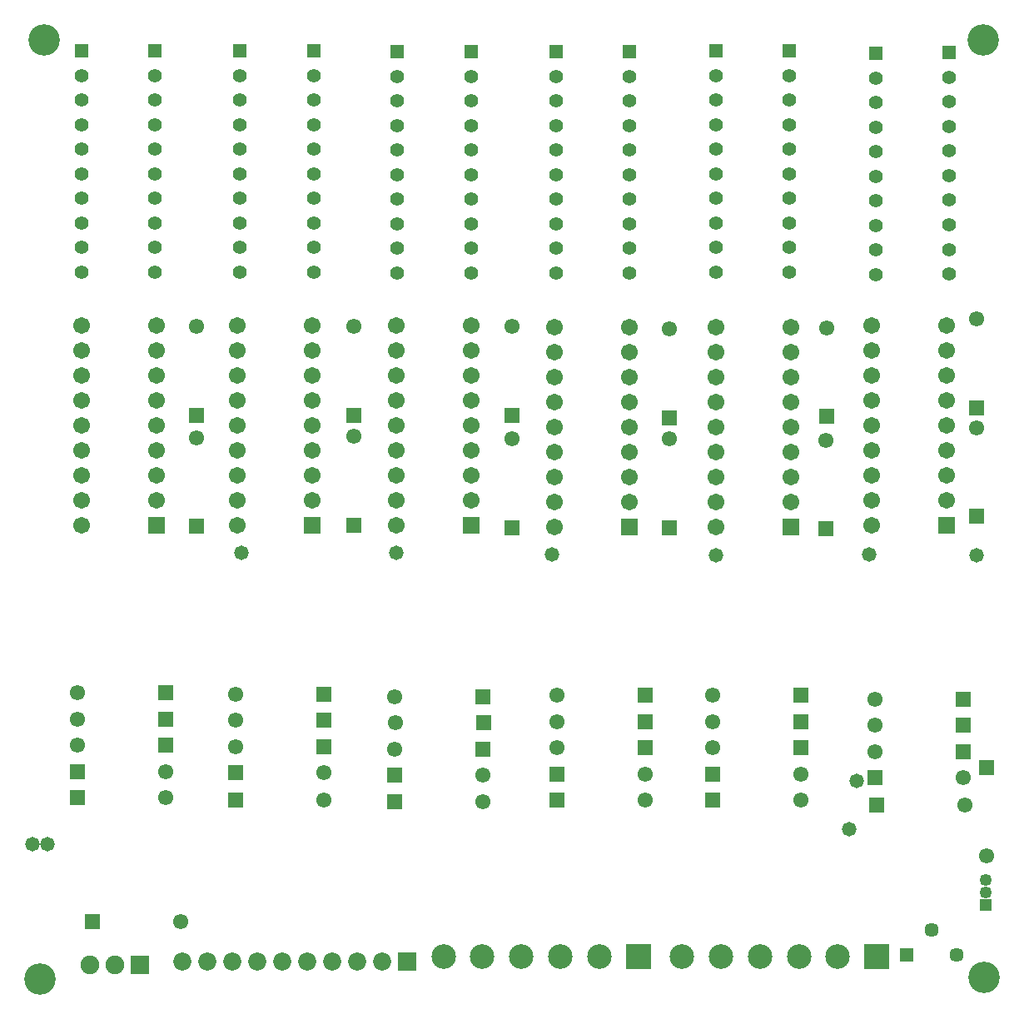
<source format=gbs>
G04*
G04 #@! TF.GenerationSoftware,Altium Limited,Altium Designer,24.6.1 (21)*
G04*
G04 Layer_Color=16711935*
%FSLAX25Y25*%
%MOIN*%
G70*
G04*
G04 #@! TF.SameCoordinates,BD51E7C1-7467-4EA1-BF67-8BC641B90C76*
G04*
G04*
G04 #@! TF.FilePolarity,Negative*
G04*
G01*
G75*
%ADD18R,0.09843X0.09843*%
%ADD19C,0.09843*%
%ADD20C,0.06706*%
%ADD21R,0.06706X0.06706*%
%ADD22R,0.06115X0.06115*%
%ADD23C,0.06115*%
%ADD24R,0.06115X0.06115*%
%ADD25R,0.07244X0.07244*%
%ADD26C,0.07244*%
%ADD27C,0.05512*%
%ADD28R,0.05512X0.05512*%
%ADD29R,0.04934X0.04934*%
%ADD30C,0.04934*%
%ADD31R,0.05721X0.05721*%
%ADD32C,0.05721*%
%ADD33C,0.07493*%
%ADD34R,0.07493X0.07493*%
%ADD35C,0.12611*%
%ADD36C,0.05800*%
D18*
X497453Y119000D02*
D03*
X401953D02*
D03*
D19*
X481862D02*
D03*
X466272D02*
D03*
X450681D02*
D03*
X435090D02*
D03*
X419500D02*
D03*
X324000D02*
D03*
X339591D02*
D03*
X355181D02*
D03*
X370772D02*
D03*
X386362D02*
D03*
D20*
X305000Y371500D02*
D03*
Y361500D02*
D03*
Y351500D02*
D03*
Y341500D02*
D03*
Y331500D02*
D03*
Y321500D02*
D03*
Y311500D02*
D03*
Y301500D02*
D03*
Y291500D02*
D03*
X335000Y371500D02*
D03*
Y361500D02*
D03*
Y351500D02*
D03*
Y341500D02*
D03*
Y331500D02*
D03*
Y321500D02*
D03*
Y311500D02*
D03*
Y301500D02*
D03*
X495500Y371500D02*
D03*
Y361500D02*
D03*
Y351500D02*
D03*
Y341500D02*
D03*
Y331500D02*
D03*
Y321500D02*
D03*
Y311500D02*
D03*
Y301500D02*
D03*
Y291500D02*
D03*
X525500Y371500D02*
D03*
Y361500D02*
D03*
Y351500D02*
D03*
Y341500D02*
D03*
Y331500D02*
D03*
Y321500D02*
D03*
Y311500D02*
D03*
Y301500D02*
D03*
X179000Y371500D02*
D03*
Y361500D02*
D03*
Y351500D02*
D03*
Y341500D02*
D03*
Y331500D02*
D03*
Y321500D02*
D03*
Y311500D02*
D03*
Y301500D02*
D03*
Y291500D02*
D03*
X209000Y371500D02*
D03*
Y361500D02*
D03*
Y351500D02*
D03*
Y341500D02*
D03*
Y331500D02*
D03*
Y321500D02*
D03*
Y311500D02*
D03*
Y301500D02*
D03*
X398500Y301000D02*
D03*
Y311000D02*
D03*
Y321000D02*
D03*
Y331000D02*
D03*
Y341000D02*
D03*
Y351000D02*
D03*
Y361000D02*
D03*
Y371000D02*
D03*
X368500Y291000D02*
D03*
Y301000D02*
D03*
Y311000D02*
D03*
Y321000D02*
D03*
Y331000D02*
D03*
Y341000D02*
D03*
Y351000D02*
D03*
Y361000D02*
D03*
Y371000D02*
D03*
X463000Y301000D02*
D03*
Y311000D02*
D03*
Y321000D02*
D03*
Y331000D02*
D03*
Y341000D02*
D03*
Y351000D02*
D03*
Y361000D02*
D03*
Y371000D02*
D03*
X433000Y291000D02*
D03*
Y301000D02*
D03*
Y311000D02*
D03*
Y321000D02*
D03*
Y331000D02*
D03*
Y341000D02*
D03*
Y351000D02*
D03*
Y361000D02*
D03*
Y371000D02*
D03*
X271500Y301500D02*
D03*
Y311500D02*
D03*
Y321500D02*
D03*
Y331500D02*
D03*
Y341500D02*
D03*
Y351500D02*
D03*
Y361500D02*
D03*
Y371500D02*
D03*
X241500Y291500D02*
D03*
Y301500D02*
D03*
Y311500D02*
D03*
Y321500D02*
D03*
Y331500D02*
D03*
Y341500D02*
D03*
Y351500D02*
D03*
Y361500D02*
D03*
Y371500D02*
D03*
D21*
X335000Y291500D02*
D03*
X525500D02*
D03*
X209000D02*
D03*
X398500Y291000D02*
D03*
X463000D02*
D03*
X271500Y291500D02*
D03*
D22*
X537500Y338784D02*
D03*
X351500Y335784D02*
D03*
X288000D02*
D03*
X537500Y295284D02*
D03*
X477500Y335283D02*
D03*
X477000Y290283D02*
D03*
X414500Y334784D02*
D03*
Y290784D02*
D03*
X351500D02*
D03*
X288000Y291783D02*
D03*
X225000Y291283D02*
D03*
Y335784D02*
D03*
X541500Y194717D02*
D03*
D23*
X537500Y374217D02*
D03*
X351500Y371217D02*
D03*
X288000D02*
D03*
X537500Y330716D02*
D03*
X477500Y370717D02*
D03*
X477000Y325716D02*
D03*
X414500Y370216D02*
D03*
Y326217D02*
D03*
X351500D02*
D03*
X288000Y327217D02*
D03*
X225000Y326716D02*
D03*
Y371217D02*
D03*
X212717Y182500D02*
D03*
X276217Y181500D02*
D03*
X339717Y181000D02*
D03*
X404716Y181500D02*
D03*
X467216D02*
D03*
X532717Y179500D02*
D03*
X212717Y193000D02*
D03*
X177284Y214000D02*
D03*
Y203500D02*
D03*
Y224500D02*
D03*
X276217Y192500D02*
D03*
X339717Y191500D02*
D03*
X304283Y202000D02*
D03*
X304784Y212500D02*
D03*
X304283Y223000D02*
D03*
X404716Y192000D02*
D03*
X369284Y202500D02*
D03*
Y213000D02*
D03*
Y223500D02*
D03*
X467216Y192000D02*
D03*
X431783Y202500D02*
D03*
Y213000D02*
D03*
Y223500D02*
D03*
X532217Y190500D02*
D03*
X496783Y201000D02*
D03*
Y211500D02*
D03*
Y222000D02*
D03*
X240784Y203000D02*
D03*
Y224000D02*
D03*
Y213500D02*
D03*
X541500Y159283D02*
D03*
X218717Y133000D02*
D03*
D24*
X177284Y182500D02*
D03*
X240784Y181500D02*
D03*
X304283Y181000D02*
D03*
X369284Y181500D02*
D03*
X431783D02*
D03*
X497284Y179500D02*
D03*
X177284Y193000D02*
D03*
X212717Y214000D02*
D03*
Y203500D02*
D03*
Y224500D02*
D03*
X240784Y192500D02*
D03*
X304283Y191500D02*
D03*
X339717Y202000D02*
D03*
X340216Y212500D02*
D03*
X339717Y223000D02*
D03*
X369284Y192000D02*
D03*
X404716Y202500D02*
D03*
Y213000D02*
D03*
Y223500D02*
D03*
X431783Y192000D02*
D03*
X467216Y202500D02*
D03*
Y213000D02*
D03*
Y223500D02*
D03*
X496783Y190500D02*
D03*
X532217Y201000D02*
D03*
Y211500D02*
D03*
Y222000D02*
D03*
X276217Y203000D02*
D03*
Y224000D02*
D03*
Y213500D02*
D03*
X183283Y133000D02*
D03*
D25*
X309500Y117000D02*
D03*
D26*
X299500D02*
D03*
X289500D02*
D03*
X279500D02*
D03*
X269500D02*
D03*
X259500D02*
D03*
X249500D02*
D03*
X239500D02*
D03*
X229500D02*
D03*
X219500D02*
D03*
D27*
X179000Y393000D02*
D03*
Y402843D02*
D03*
Y412685D02*
D03*
Y422528D02*
D03*
Y432370D02*
D03*
Y442213D02*
D03*
Y452055D02*
D03*
Y461898D02*
D03*
Y471740D02*
D03*
X208500Y393000D02*
D03*
Y402843D02*
D03*
Y412685D02*
D03*
Y422528D02*
D03*
Y432370D02*
D03*
Y442213D02*
D03*
Y452055D02*
D03*
Y461898D02*
D03*
Y471740D02*
D03*
X272000Y393000D02*
D03*
Y402843D02*
D03*
Y412685D02*
D03*
Y422528D02*
D03*
Y432370D02*
D03*
Y442213D02*
D03*
Y452055D02*
D03*
Y461898D02*
D03*
Y471740D02*
D03*
X305500Y392657D02*
D03*
Y402500D02*
D03*
Y412343D02*
D03*
Y422185D02*
D03*
Y432028D02*
D03*
Y441870D02*
D03*
Y451713D02*
D03*
Y461555D02*
D03*
Y471398D02*
D03*
X334961Y392657D02*
D03*
Y402500D02*
D03*
Y412343D02*
D03*
Y422185D02*
D03*
Y432028D02*
D03*
Y441870D02*
D03*
Y451713D02*
D03*
Y461555D02*
D03*
Y471398D02*
D03*
X369000Y392657D02*
D03*
Y402500D02*
D03*
Y412343D02*
D03*
Y422185D02*
D03*
Y432028D02*
D03*
Y441870D02*
D03*
Y451713D02*
D03*
Y461555D02*
D03*
Y471398D02*
D03*
X398461Y392657D02*
D03*
Y402500D02*
D03*
Y412343D02*
D03*
Y422185D02*
D03*
Y432028D02*
D03*
Y441870D02*
D03*
Y451713D02*
D03*
Y461555D02*
D03*
Y471398D02*
D03*
X433000Y393000D02*
D03*
Y402843D02*
D03*
Y412685D02*
D03*
Y422528D02*
D03*
Y432370D02*
D03*
Y442213D02*
D03*
Y452055D02*
D03*
Y461898D02*
D03*
Y471740D02*
D03*
X462461Y392972D02*
D03*
Y402815D02*
D03*
Y412657D02*
D03*
Y422500D02*
D03*
Y432342D02*
D03*
Y442185D02*
D03*
Y452028D02*
D03*
Y461870D02*
D03*
Y471713D02*
D03*
X496961Y392000D02*
D03*
Y401842D02*
D03*
Y411685D02*
D03*
Y421528D02*
D03*
Y431370D02*
D03*
Y441213D02*
D03*
Y451055D02*
D03*
Y460898D02*
D03*
Y470740D02*
D03*
X526461Y392287D02*
D03*
Y402130D02*
D03*
Y411972D02*
D03*
Y421815D02*
D03*
Y431658D02*
D03*
Y441500D02*
D03*
Y451342D02*
D03*
Y461185D02*
D03*
Y471028D02*
D03*
X242500Y393000D02*
D03*
Y402843D02*
D03*
Y412685D02*
D03*
Y422528D02*
D03*
Y432370D02*
D03*
Y442213D02*
D03*
Y452055D02*
D03*
Y461898D02*
D03*
Y471740D02*
D03*
D28*
X179000Y481583D02*
D03*
X208500D02*
D03*
X272000D02*
D03*
X305500Y481240D02*
D03*
X334961D02*
D03*
X369000D02*
D03*
X398461D02*
D03*
X433000Y481583D02*
D03*
X462461Y481555D02*
D03*
X496961Y480583D02*
D03*
X526461Y480870D02*
D03*
X242500Y481583D02*
D03*
D29*
X541000Y139500D02*
D03*
D30*
Y144500D02*
D03*
Y149500D02*
D03*
D31*
X509500Y119638D02*
D03*
D32*
X519500Y129638D02*
D03*
X529500Y119638D02*
D03*
D33*
X182500Y115500D02*
D03*
X192500D02*
D03*
D34*
X202500D02*
D03*
D35*
X540000Y486000D02*
D03*
X540500Y110500D02*
D03*
X164000Y486000D02*
D03*
X162500Y110000D02*
D03*
D36*
X489422Y189422D02*
D03*
X486500Y170000D02*
D03*
X159500Y164000D02*
D03*
X165500D02*
D03*
X537500Y279500D02*
D03*
X494500Y280000D02*
D03*
X433000Y279500D02*
D03*
X367500Y280000D02*
D03*
X305000Y280500D02*
D03*
X243000D02*
D03*
M02*

</source>
